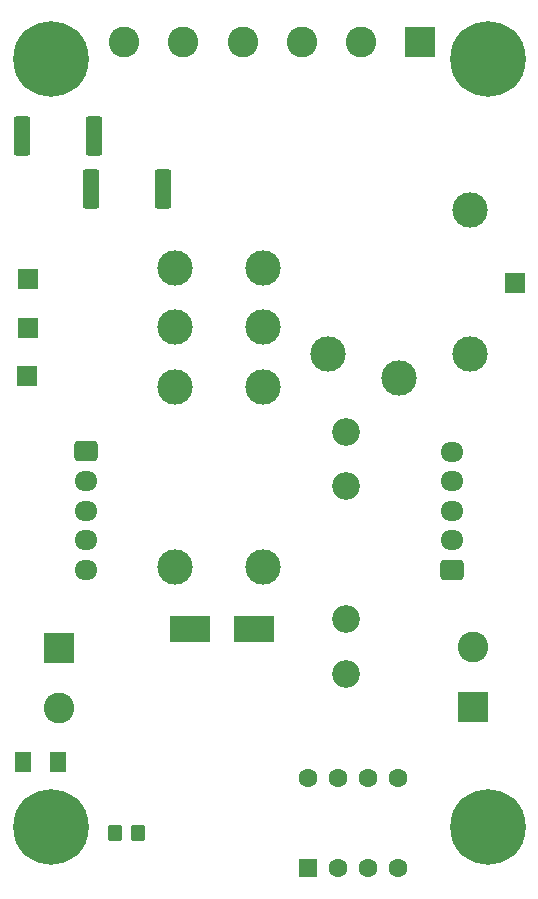
<source format=gts>
%TF.GenerationSoftware,KiCad,Pcbnew,(6.0.5)*%
%TF.CreationDate,2023-02-27T22:37:21-05:00*%
%TF.ProjectId,relay_board,72656c61-795f-4626-9f61-72642e6b6963,rev?*%
%TF.SameCoordinates,Original*%
%TF.FileFunction,Soldermask,Top*%
%TF.FilePolarity,Negative*%
%FSLAX46Y46*%
G04 Gerber Fmt 4.6, Leading zero omitted, Abs format (unit mm)*
G04 Created by KiCad (PCBNEW (6.0.5)) date 2023-02-27 22:37:21*
%MOMM*%
%LPD*%
G01*
G04 APERTURE LIST*
G04 Aperture macros list*
%AMRoundRect*
0 Rectangle with rounded corners*
0 $1 Rounding radius*
0 $2 $3 $4 $5 $6 $7 $8 $9 X,Y pos of 4 corners*
0 Add a 4 corners polygon primitive as box body*
4,1,4,$2,$3,$4,$5,$6,$7,$8,$9,$2,$3,0*
0 Add four circle primitives for the rounded corners*
1,1,$1+$1,$2,$3*
1,1,$1+$1,$4,$5*
1,1,$1+$1,$6,$7*
1,1,$1+$1,$8,$9*
0 Add four rect primitives between the rounded corners*
20,1,$1+$1,$2,$3,$4,$5,0*
20,1,$1+$1,$4,$5,$6,$7,0*
20,1,$1+$1,$6,$7,$8,$9,0*
20,1,$1+$1,$8,$9,$2,$3,0*%
G04 Aperture macros list end*
%ADD10R,1.700000X1.700000*%
%ADD11R,3.500000X2.300000*%
%ADD12C,2.350000*%
%ADD13R,2.600000X2.600000*%
%ADD14C,2.600000*%
%ADD15R,1.600000X1.600000*%
%ADD16C,1.600000*%
%ADD17C,3.000000*%
%ADD18RoundRect,0.250000X-0.725000X0.600000X-0.725000X-0.600000X0.725000X-0.600000X0.725000X0.600000X0*%
%ADD19O,1.950000X1.700000*%
%ADD20RoundRect,0.250000X0.725000X-0.600000X0.725000X0.600000X-0.725000X0.600000X-0.725000X-0.600000X0*%
%ADD21RoundRect,0.249999X0.450001X1.425001X-0.450001X1.425001X-0.450001X-1.425001X0.450001X-1.425001X0*%
%ADD22C,6.400000*%
%ADD23RoundRect,0.250000X-0.350000X-0.450000X0.350000X-0.450000X0.350000X0.450000X-0.350000X0.450000X0*%
%ADD24RoundRect,0.250001X0.462499X0.624999X-0.462499X0.624999X-0.462499X-0.624999X0.462499X-0.624999X0*%
G04 APERTURE END LIST*
D10*
X132054600Y-96723200D03*
X132029200Y-100812600D03*
X132054600Y-92608400D03*
X173278800Y-92887800D03*
D11*
X151231600Y-122224800D03*
X145831600Y-122224800D03*
D12*
X159000000Y-126000000D03*
X159000000Y-121400000D03*
X159000000Y-105500000D03*
X159000000Y-110100000D03*
D13*
X169723000Y-128859200D03*
D14*
X169723000Y-123779200D03*
D15*
X155752800Y-142468600D03*
D16*
X158292800Y-142468600D03*
X160832800Y-142468600D03*
X163372800Y-142468600D03*
X163372800Y-134848600D03*
X160832800Y-134848600D03*
X158292800Y-134848600D03*
X155752800Y-134848600D03*
D17*
X157469400Y-98978200D03*
X169469400Y-98978200D03*
X163469400Y-100978200D03*
X169469400Y-86778200D03*
X144500000Y-96680000D03*
X152000000Y-96680000D03*
X144500000Y-117000000D03*
X152000000Y-117000000D03*
X144500000Y-101720000D03*
X144500000Y-91640000D03*
X152000000Y-101720000D03*
X152000000Y-91640000D03*
D18*
X136982200Y-107188000D03*
D19*
X136982200Y-109688000D03*
X136982200Y-112188000D03*
X136982200Y-114688000D03*
X136982200Y-117188000D03*
D20*
X168025200Y-117217200D03*
D19*
X168025200Y-114717200D03*
X168025200Y-112217200D03*
X168025200Y-109717200D03*
X168025200Y-107217200D03*
D21*
X137670000Y-80500000D03*
X131570000Y-80500000D03*
X143550000Y-85000000D03*
X137450000Y-85000000D03*
D13*
X165250000Y-72500000D03*
D14*
X160250000Y-72500000D03*
X155250000Y-72500000D03*
X150250000Y-72500000D03*
X145250000Y-72500000D03*
X140250000Y-72500000D03*
D22*
X134000000Y-74000000D03*
X171000000Y-74000000D03*
X134000000Y-139000000D03*
D13*
X134747000Y-123825000D03*
D14*
X134747000Y-128905000D03*
D23*
X139411200Y-139496800D03*
X141411200Y-139496800D03*
D22*
X171000000Y-139000000D03*
D24*
X134648600Y-133451600D03*
X131673600Y-133451600D03*
M02*

</source>
